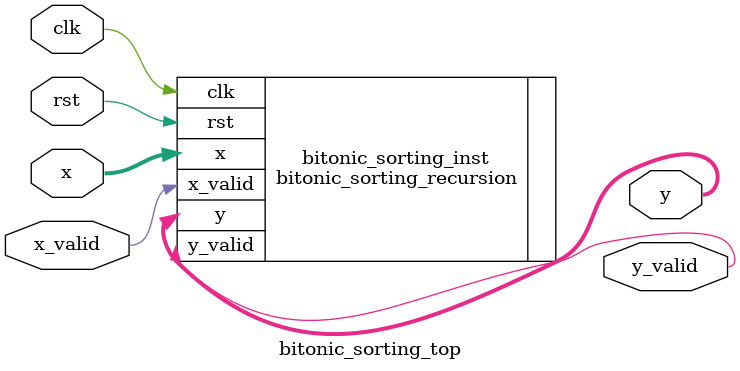
<source format=v>

`timescale 1ns / 1ns
`include "bitonic_sorting_recursion_submodule.v"
`include "bitonic_sorting_recursion.v"
`include "input_2.v"

`timescale 1ns / 1ns
module bitonic_sorting_top #
(
    parameter LOG_INPUT_NUM = 3, // Eg: If LOG_INPUT_NUM=4, then input number is 2**4=16 
    parameter DATA_WIDTH = 32,
    parameter SIGNED = 0,
    parameter ASCENDING = 1

)
(
    input clk, rst, x_valid,
    // Put all the inputs into one vector.
    // x[DATA_WIDTH-1 : 0] is the first input x_0, 
    // x[DATA_WIDTH*2-1 : DATA_WIDTH] is the second input x_1, etc.
    input [DATA_WIDTH*(2**LOG_INPUT_NUM)-1 : 0] x,
    output [DATA_WIDTH*(2**LOG_INPUT_NUM)-1 : 0] y,
    output y_valid
);

bitonic_sorting_recursion # 
(
    .LOG_INPUT_NUM(LOG_INPUT_NUM),
    .DATA_WIDTH(DATA_WIDTH),
    .SIGNED(SIGNED),
    .ASCENDING(ASCENDING)
)
bitonic_sorting_inst
(
    .clk(clk),
    .rst(rst),
    .x_valid(x_valid),
    .x(x),
   
    .y(y),
    
    .y_valid(y_valid)
);


endmodule
</source>
